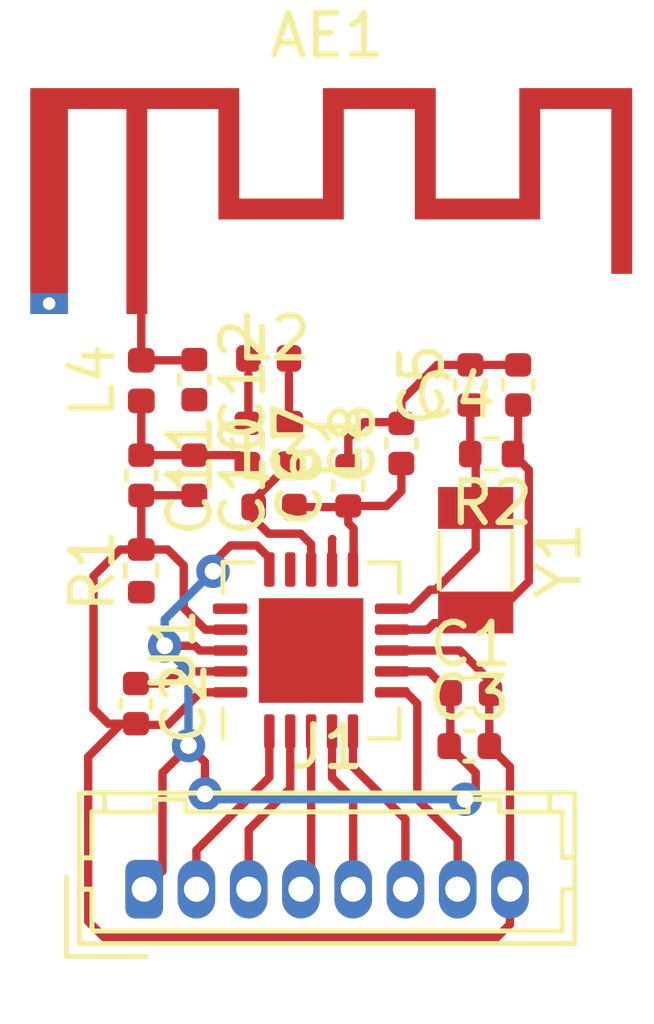
<source format=kicad_pcb>
(kicad_pcb (version 20211014) (generator pcbnew)
  (layers (0 "F.Cu" signal) (31 "B.Cu" signal) (34 "B.Paste" user) (35 "F.Paste" user) (36 "B.SilkS" user "B.Silkscreen") (37 "F.SilkS" user "F.Silkscreen") (38 "B.Mask" user) (39 "F.Mask" user) (44 "Edge.Cuts" user))
  (net 0 "")
  (net 1 "Net-(AE1-Pad1)")
  (net 2 "VDD")
  (net 3 "GND")
  (net 4 "Net-(C2-Pad1)")
  (net 5 "Net-(C4-Pad1)")
  (net 6 "Net-(C5-Pad1)")
  (net 7 "Net-(C6-Pad1)")
  (net 8 "Net-(C7-Pad1)")
  (net 9 "Net-(C10-Pad1)")
  (net 10 "Net-(J1-Pad7)")
  (net 11 "Net-(L1-Pad1)")
  (net 12 "Net-(L1-Pad2)")
  (net 13 "Net-(R1-Pad1)")
  (net 14 "Net-(J1-Pad6)")
  (net 15 "Net-(J1-Pad5)")
  (net 16 "Net-(J1-Pad4)")
  (net 17 "Net-(J1-Pad3)")
  (net 18 "Net-(J1-Pad2)")
  (footprint "Connector_Hirose:Hirose_DF13-08P-1.25DSA_1x08_P1.25mm_Vertical" (layer "F.Cu") (at 126.943 76.192)
    (fp_text reference "J1" (at 4.38 -3.4) (layer "F.SilkS"))
    (fp_text value "Conn_01x08_Male")
    (fp_line (start 10.3 -0.75) (end 10 -0.75) (layer "F.SilkS") (width 0.12))
    (fp_line (start -1.25 -0.75) (end -1.25 -1.85) (layer "F.SilkS") (width 0.12))
    (fp_line (start -1.25 1) (end 10 1) (layer "F.SilkS") (width 0.12))
    (fp_line (start 9.7 -1.85) (end 9.7 -2.3) (layer "F.SilkS") (width 0.12))
    (fp_line (start 8.5 -1.85) (end 9.7 -1.85) (layer "F.SilkS") (width 0.12))
    (fp_line (start -1.55 1.3) (end 10.3 1.3) (layer "F.SilkS") (width 0.12))
    (fp_line (start -0.95 -1.85) (end 0.25 -1.85) (layer "F.SilkS") (width 0.12))
    (fp_line (start -1.86 -0.3) (end -1.86 1.61) (layer "F.SilkS") (width 0.12))
    (fp_line (start 10 1) (end 10 0) (layer "F.SilkS") (width 0.12))
    (fp_line (start 10.3 1.3) (end 10.3 -2.3) (layer "F.SilkS") (width 0.12))
    (fp_line (start -0.95 -1.85) (end -0.95 -2.3) (layer "F.SilkS") (width 0.12))
    (fp_line (start -1.55 0) (end -1.25 0) (layer "F.SilkS") (width 0.12))
    (fp_line (start 1 -2.15) (end 1 -1.85) (layer "F.SilkS") (width 0.12))
    (fp_line (start -1.25 -1.85) (end -0.95 -1.85) (layer "F.SilkS") (width 0.12))
    (fp_line (start 7.75 -1.85) (end 7.75 -2.15) (layer "F.SilkS") (width 0.12))
    (fp_line (start 8.5 -2.15) (end 8.5 -1.85) (layer "F.SilkS") (width 0.12))
    (fp_line (start -1.86 1.61) (end 0.05 1.61) (layer "F.SilkS") (width 0.12))
    (fp_line (start 0.25 -2.15) (end 1 -2.15) (layer "F.SilkS") (width 0.12))
    (fp_line (start 10 -0.75) (end 10 -1.85) (layer "F.SilkS") (width 0.12))
    (fp_line (start 0.25 -1.85) (end 0.25 -2.15) (layer "F.SilkS") (width 0.12))
    (fp_line (start -1.25 0) (end -1.25 1) (layer "F.SilkS") (width 0.12))
    (fp_line (start 7.75 -2.15) (end 8.5 -2.15) (layer "F.SilkS") (width 0.12))
    (fp_line (start 10.3 -2.3) (end -1.55 -2.3) (layer "F.SilkS") (width 0.12))
    (fp_line (start 10 -1.85) (end 9.7 -1.85) (layer "F.SilkS") (width 0.12))
    (fp_line (start -1.55 -2.3) (end -1.55 1.3) (layer "F.SilkS") (width 0.12))
    (fp_line (start 1 -1.85) (end 7.75 -1.85) (layer "F.SilkS") (width 0.12))
    (fp_line (start 10 0) (end 10.3 0) (layer "F.SilkS") (width 0.12))
    (fp_line (start -1.55 -0.75) (end -1.25 -0.75) (layer "F.SilkS") (width 0.12))
    (pad "1" thru_hole roundrect (at 0 0) (size 0.9 1.4) (drill 0.6) (layers *.Cu *.Mask) (net 2 "VDD"))
    (pad "2" thru_hole oval (at 1.25 0) (size 0.9 1.4) (drill 0.6) (layers *.Cu *.Mask) (net 18 "Net-(J1-Pad2)"))
    (pad "3" thru_hole oval (at 2.5 0) (size 0.9 1.4) (drill 0.6) (layers *.Cu *.Mask) (net 17 "Net-(J1-Pad3)"))
    (pad "4" thru_hole oval (at 3.75 0) (size 0.9 1.4) (drill 0.6) (layers *.Cu *.Mask) (net 16 "Net-(J1-Pad4)"))
    (pad "5" thru_hole oval (at 5 0) (size 0.9 1.4) (drill 0.6) (layers *.Cu *.Mask) (net 15 "Net-(J1-Pad5)"))
    (pad "6" thru_hole oval (at 6.25 0) (size 0.9 1.4) (drill 0.6) (layers *.Cu *.Mask) (net 14 "Net-(J1-Pad6)"))
    (pad "7" thru_hole oval (at 7.5 0) (size 0.9 1.4) (drill 0.6) (layers *.Cu *.Mask) (net 10 "Net-(J1-Pad7)"))
    (pad "8" thru_hole oval (at 8.75 0) (size 0.9 1.4) (drill 0.6) (layers *.Cu *.Mask) (net 3 "GND"))
  )
  (footprint "Resistor_SMD:R_0402_1005Metric" (layer "F.Cu") (at 135.255 65.786 180)
    (fp_text reference "R2" (at 0 -1.17) (layer "F.SilkS"))
    (fp_text value "10M")
    (fp_line (start -0.153641 0.38) (end 0.153641 0.38) (layer "F.SilkS") (width 0.12))
    (fp_line (start -0.153641 -0.38) (end 0.153641 -0.38) (layer "F.SilkS") (width 0.12))
    (pad "1" smd roundrect (at -0.51 0 180) (size 0.54 0.64) (layers "F.Cu" "F.Paste" "F.Mask") (net 5 "Net-(C4-Pad1)"))
    (pad "2" smd roundrect (at 0.51 0 180) (size 0.54 0.64) (layers "F.Cu" "F.Paste" "F.Mask") (net 6 "Net-(C5-Pad1)"))
  )
  (footprint "Capacitor_SMD:C_0402_1005Metric" (layer "F.Cu") (at 134.719 72.771)
    (fp_text reference "C3" (at 0 -1.16) (layer "F.SilkS"))
    (fp_text value "1nf")
    (fp_line (start -0.107836 -0.36) (end 0.107836 -0.36) (layer "F.SilkS") (width 0.12))
    (fp_line (start -0.107836 0.36) (end 0.107836 0.36) (layer "F.SilkS") (width 0.12))
    (pad "1" smd roundrect (at -0.48 0) (size 0.56 0.62) (layers "F.Cu" "F.Paste" "F.Mask") (net 2 "VDD"))
    (pad "2" smd roundrect (at 0.48 0) (size 0.56 0.62) (layers "F.Cu" "F.Paste" "F.Mask") (net 3 "GND"))
  )
  (footprint "Package_DFN_QFN:QFN-20-1EP_4x4mm_P0.5mm_EP2.5x2.5mm" (layer "F.Cu") (at 130.937 70.485 90)
    (fp_text reference "U1" (at 0 -3.3 90) (layer "F.SilkS"))
    (fp_text value "NRF24L01")
    (fp_line (start 2.11 -2.11) (end 2.11 -1.385) (layer "F.SilkS") (width 0.12))
    (fp_line (start -2.11 2.11) (end -2.11 1.385) (layer "F.SilkS") (width 0.12))
    (fp_line (start -1.385 2.11) (end -2.11 2.11) (layer "F.SilkS") (width 0.12))
    (fp_line (start 1.385 2.11) (end 2.11 2.11) (layer "F.SilkS") (width 0.12))
    (fp_line (start -1.385 -2.11) (end -2.11 -2.11) (layer "F.SilkS") (width 0.12))
    (fp_line (start 1.385 -2.11) (end 2.11 -2.11) (layer "F.SilkS") (width 0.12))
    (fp_line (start 2.11 2.11) (end 2.11 1.385) (layer "F.SilkS") (width 0.12))
    (pad "1" smd roundrect (at -1.9375 -1 90) (size 0.825 0.25) (layers "F.Cu" "F.Paste" "F.Mask") (net 18 "Net-(J1-Pad2)"))
    (pad "2" smd roundrect (at -1.9375 -0.5 90) (size 0.825 0.25) (layers "F.Cu" "F.Paste" "F.Mask") (net 17 "Net-(J1-Pad3)"))
    (pad "3" smd roundrect (at -1.9375 0 90) (size 0.825 0.25) (layers "F.Cu" "F.Paste" "F.Mask") (net 16 "Net-(J1-Pad4)"))
    (pad "4" smd roundrect (at -1.9375 0.5 90) (size 0.825 0.25) (layers "F.Cu" "F.Paste" "F.Mask") (net 15 "Net-(J1-Pad5)"))
    (pad "5" smd roundrect (at -1.9375 1 90) (size 0.825 0.25) (layers "F.Cu" "F.Paste" "F.Mask") (net 14 "Net-(J1-Pad6)"))
    (pad "6" smd roundrect (at -1 1.9375 90) (size 0.25 0.825) (layers "F.Cu" "F.Paste" "F.Mask") (net 10 "Net-(J1-Pad7)"))
    (pad "7" smd roundrect (at -0.5 1.9375 90) (size 0.25 0.825) (layers "F.Cu" "F.Paste" "F.Mask") (net 2 "VDD"))
    (pad "8" smd roundrect (at 0 1.9375 90) (size 0.25 0.825) (layers "F.Cu" "F.Paste" "F.Mask") (net 3 "GND"))
    (pad "9" smd roundrect (at 0.5 1.9375 90) (size 0.25 0.825) (layers "F.Cu" "F.Paste" "F.Mask") (net 5 "Net-(C4-Pad1)"))
    (pad "10" smd roundrect (at 1 1.9375 90) (size 0.25 0.825) (layers "F.Cu" "F.Paste" "F.Mask") (net 6 "Net-(C5-Pad1)"))
    (pad "11" smd roundrect (at 1.9375 1 90) (size 0.825 0.25) (layers "F.Cu" "F.Paste" "F.Mask") (net 7 "Net-(C6-Pad1)"))
    (pad "12" smd roundrect (at 1.9375 0.5 90) (size 0.825 0.25) (layers "F.Cu" "F.Paste" "F.Mask") (net 11 "Net-(L1-Pad1)"))
    (pad "13" smd roundrect (at 1.9375 0 90) (size 0.825 0.25) (layers "F.Cu" "F.Paste" "F.Mask") (net 12 "Net-(L1-Pad2)"))
    (pad "14" smd roundrect (at 1.9375 -0.5 90) (size 0.825 0.25) (layers "F.Cu" "F.Paste" "F.Mask") (net 3 "GND"))
    (pad "15" smd roundrect (at 1.9375 -1 90) (size 0.825 0.25) (layers "F.Cu" "F.Paste" "F.Mask") (net 2 "VDD"))
    (pad "16" smd roundrect (at 1 -1.9375 90) (size 0.25 0.825) (layers "F.Cu" "F.Paste" "F.Mask") (net 13 "Net-(R1-Pad1)"))
    (pad "17" smd roundrect (at 0.5 -1.9375 90) (size 0.25 0.825) (layers "F.Cu" "F.Paste" "F.Mask") (net 3 "GND"))
    (pad "18" smd roundrect (at 0 -1.9375 90) (size 0.25 0.825) (layers "F.Cu" "F.Paste" "F.Mask") (net 2 "VDD"))
    (pad "19" smd roundrect (at -0.5 -1.9375 90) (size 0.25 0.825) (layers "F.Cu" "F.Paste" "F.Mask") (net 4 "Net-(C2-Pad1)"))
    (pad "20" smd roundrect (at -1 -1.9375 90) (size 0.25 0.825) (layers "F.Cu" "F.Paste" "F.Mask") (net 3 "GND"))
    (pad "21" smd rect (at 0 0 90) (size 2.5 2.5) (layers "F.Cu" "F.Mask"))
  )
  (footprint "Capacitor_SMD:C_0402_1005Metric" (layer "F.Cu") (at 134.747 71.501)
    (fp_text reference "C1" (at 0 -1.16) (layer "F.SilkS"))
    (fp_text value "10nf")
    (fp_line (start -0.107836 0.36) (end 0.107836 0.36) (layer "F.SilkS") (width 0.12))
    (fp_line (start -0.107836 -0.36) (end 0.107836 -0.36) (layer "F.SilkS") (width 0.12))
    (pad "1" smd roundrect (at -0.48 0) (size 0.56 0.62) (layers "F.Cu" "F.Paste" "F.Mask") (net 2 "VDD"))
    (pad "2" smd roundrect (at 0.48 0) (size 0.56 0.62) (layers "F.Cu" "F.Paste" "F.Mask") (net 3 "GND"))
  )
  (footprint "Capacitor_SMD:C_0402_1005Metric" (layer "F.Cu") (at 126.873 66.294 -90)
    (fp_text reference "C11" (at 0 -1.16 90) (layer "F.SilkS"))
    (fp_text value "CX")
    (fp_line (start -0.107836 -0.36) (end 0.107836 -0.36) (layer "F.SilkS") (width 0.12))
    (fp_line (start -0.107836 0.36) (end 0.107836 0.36) (layer "F.SilkS") (width 0.12))
    (pad "1" smd roundrect (at -0.48 0 270) (size 0.56 0.62) (layers "F.Cu" "F.Paste" "F.Mask") (net 9 "Net-(C10-Pad1)"))
    (pad "2" smd roundrect (at 0.48 0 270) (size 0.56 0.62) (layers "F.Cu" "F.Paste" "F.Mask") (net 3 "GND"))
  )
  (footprint "Inductor_SMD:L_0402_1005Metric" (layer "F.Cu") (at 130.048 67.056)
    (fp_text reference "L3" (at 0 -1.17) (layer "F.SilkS"))
    (fp_text value "2.7nH")
    (pad "1" smd roundrect (at -0.485 0) (size 0.59 0.64) (layers "F.Cu" "F.Paste" "F.Mask") (net 12 "Net-(L1-Pad2)"))
    (pad "2" smd roundrect (at 0.485 0) (size 0.59 0.64) (layers "F.Cu" "F.Paste" "F.Mask") (net 7 "Net-(C6-Pad1)"))
  )
  (footprint "Capacitor_SMD:C_0402_1005Metric" (layer "F.Cu") (at 126.746 71.755 -90)
    (fp_text reference "C2" (at 0 -1.16 90) (layer "F.SilkS"))
    (fp_text value "33nf")
    (fp_line (start -0.107836 -0.36) (end 0.107836 -0.36) (layer "F.SilkS") (width 0.12))
    (fp_line (start -0.107836 0.36) (end 0.107836 0.36) (layer "F.SilkS") (width 0.12))
    (pad "1" smd roundrect (at -0.48 0 270) (size 0.56 0.62) (layers "F.Cu" "F.Paste" "F.Mask") (net 4 "Net-(C2-Pad1)"))
    (pad "2" smd roundrect (at 0.48 0 270) (size 0.56 0.62) (layers "F.Cu" "F.Paste" "F.Mask") (net 3 "GND"))
  )
  (footprint "Capacitor_SMD:C_0402_1005Metric" (layer "F.Cu") (at 133.096 65.532 90)
    (fp_text reference "C8" (at 0 -1.16 90) (layer "F.SilkS"))
    (fp_text value "4.7pf")
    (fp_line (start -0.107836 0.36) (end 0.107836 0.36) (layer "F.SilkS") (width 0.12))
    (fp_line (start -0.107836 -0.36) (end 0.107836 -0.36) (layer "F.SilkS") (width 0.12))
    (pad "1" smd roundrect (at -0.48 0 90) (size 0.56 0.62) (layers "F.Cu" "F.Paste" "F.Mask") (net 7 "Net-(C6-Pad1)"))
    (pad "2" smd roundrect (at 0.48 0 90) (size 0.56 0.62) (layers "F.Cu" "F.Paste" "F.Mask") (net 3 "GND"))
  )
  (footprint "Capacitor_SMD:C_0402_1005Metric" (layer "F.Cu") (at 131.826 66.548 90)
    (fp_text reference "C6" (at 0 -1.16 90) (layer "F.SilkS"))
    (fp_text value "2.2nf")
    (fp_line (start -0.107836 -0.36) (end 0.107836 -0.36) (layer "F.SilkS") (width 0.12))
    (fp_line (start -0.107836 0.36) (end 0.107836 0.36) (layer "F.SilkS") (width 0.12))
    (pad "1" smd roundrect (at -0.48 0 90) (size 0.56 0.62) (layers "F.Cu" "F.Paste" "F.Mask") (net 7 "Net-(C6-Pad1)"))
    (pad "2" smd roundrect (at 0.48 0 90) (size 0.56 0.62) (layers "F.Cu" "F.Paste" "F.Mask") (net 3 "GND"))
  )
  (footprint "Inductor_SMD:L_0402_1005Metric" (layer "F.Cu") (at 129.921 63.5 180)
    (fp_text reference "L2" (at -0.127 0.481) (layer "F.SilkS"))
    (fp_text value "3.9nH")
    (pad "1" smd roundrect (at -0.485 0 180) (size 0.59 0.64) (layers "F.Cu" "F.Paste" "F.Mask") (net 11 "Net-(L1-Pad1)"))
    (pad "2" smd roundrect (at 0.485 0 180) (size 0.59 0.64) (layers "F.Cu" "F.Paste" "F.Mask") (net 8 "Net-(C7-Pad1)"))
  )
  (footprint "Capacitor_SMD:C_0402_1005Metric" (layer "F.Cu") (at 135.89 64.135 90)
    (fp_text reference "C4" (at -0.265 -1.524) (layer "F.SilkS"))
    (fp_text value "22pf")
    (fp_line (start -0.107836 -0.36) (end 0.107836 -0.36) (layer "F.SilkS") (width 0.12))
    (fp_line (start -0.107836 0.36) (end 0.107836 0.36) (layer "F.SilkS") (width 0.12))
    (pad "1" smd roundrect (at -0.48 0 90) (size 0.56 0.62) (layers "F.Cu" "F.Paste" "F.Mask") (net 5 "Net-(C4-Pad1)"))
    (pad "2" smd roundrect (at 0.48 0 90) (size 0.56 0.62) (layers "F.Cu" "F.Paste" "F.Mask") (net 3 "GND"))
  )
  (footprint "RF_Antenna:Texas_SWRA117D_2.4GHz_Right" (layer "F.Cu") (at 126.768 62.188)
    (fp_text reference "AE1" (at 4.55 -6.41) (layer "F.SilkS"))
    (fp_text value "Antenna")
    (fp_poly (pts (xy 2.45 -2.51) (xy 4.45 -2.51) (xy 4.45 -5.15) (xy 7.15 -5.15) (xy 7.15 -2.51) (xy 9.15 -2.51) (xy 9.15 -5.15) (xy 11.85 -5.15) (xy 11.85 -0.71) (xy 11.35 -0.71) (xy 11.35 -4.65) (xy 9.65 -4.65) (xy 9.65 -2.01) (xy 6.65 -2.01) (xy 6.65 -4.65) (xy 4.95 -4.65) (xy 4.95 -2.01) (xy 1.95 -2.01) (xy 1.95 -4.65) (xy 0.25 -4.65) (xy 0.25 0.25) (xy -0.25 0.25) (xy -0.25 -4.65) (xy -1.65 -4.65) (xy -1.65 0.25) (xy -2.55 0.25) (xy -2.55 0.006785) (xy -2.247583 0.006785) (xy -2.237742 0.054395) (xy -2.213674 0.096797) (xy -2.175731 0.129581) (xy -2.167819 0.133935) (xy -2.125156 0.146043) (xy -2.076637 0.1453) (xy -2.031122 0.1324) (xy -2.012511 0.121787) (xy -1.978868 0.086553) (xy -1.958309 0.041368) (xy -1.951778 -0.008158) (xy -1.960218 -0.056417) (xy -1.977112 -0.088643) (xy -2.012372 -0.121313) (xy -2.057682 -0.141408) (xy -2.107267 -0.147982) (xy -2.155353 -0.140092) (xy -2.188245 -0.123186) (xy -2.223185 -0.086416) (xy -2.242847 -0.041622) (xy -2.247583 0.006785) (xy -2.55 0.006785) (xy -2.55 -5.15) (xy 2.45 -5.15) (xy 2.45 -2.51)) (layer "F.Cu") (width 0) (fill solid))
    (pad "1" connect rect (at 0 0) (size 0.5 0.5) (layers "F.Cu") (net 1 "Net-(AE1-Pad1)"))
    (pad "2" thru_hole rect (at -2.1 0) (size 0.9 0.5) (drill 0.3) (layers *.Cu))
  )
  (footprint "Inductor_SMD:L_0402_1005Metric" (layer "F.Cu") (at 130.429 65.532 -90)
    (fp_text reference "L1" (at 0 -1.17 90) (layer "F.SilkS"))
    (fp_text value "8.2nH")
    (pad "1" smd roundrect (at -0.485 0 270) (size 0.59 0.64) (layers "F.Cu" "F.Paste" "F.Mask") (net 11 "Net-(L1-Pad1)"))
    (pad "2" smd roundrect (at 0.485 0 270) (size 0.59 0.64) (layers "F.Cu" "F.Paste" "F.Mask") (net 12 "Net-(L1-Pad2)"))
  )
  (footprint "Inductor_SMD:L_0402_1005Metric" (layer "F.Cu") (at 126.873 64.031 90)
    (fp_text reference "L4" (at 0 -1.17 90) (layer "F.SilkS"))
    (fp_text value "LX")
    (pad "1" smd roundrect (at -0.485 0 90) (size 0.59 0.64) (layers "F.Cu" "F.Paste" "F.Mask") (net 9 "Net-(C10-Pad1)"))
    (pad "2" smd roundrect (at 0.485 0 90) (size 0.59 0.64) (layers "F.Cu" "F.Paste" "F.Mask") (net 1 "Net-(AE1-Pad1)"))
  )
  (footprint "Capacitor_SMD:C_0402_1005Metric" (layer "F.Cu") (at 129.413 65.532 -90)
    (fp_text reference "C7" (at 0 -1.16 90) (layer "F.SilkS"))
    (fp_text value "1.5pf")
    (fp_line (start -0.107836 -0.36) (end 0.107836 -0.36) (layer "F.SilkS") (width 0.12))
    (fp_line (start -0.107836 0.36) (end 0.107836 0.36) (layer "F.SilkS") (width 0.12))
    (pad "1" smd roundrect (at -0.48 0 270) (size 0.56 0.62) (layers "F.Cu" "F.Paste" "F.Mask") (net 8 "Net-(C7-Pad1)"))
    (pad "2" smd roundrect (at 0.48 0 270) (size 0.56 0.62) (layers "F.Cu" "F.Paste" "F.Mask") (net 9 "Net-(C10-Pad1)"))
  )
  (footprint "Crystal:Crystal_SMD_3215-2Pin_3.2x1.5mm" (layer "F.Cu") (at 134.874 68.326 -90)
    (fp_text reference "Y1" (at 0 -2 90) (layer "F.SilkS"))
    (fp_text value "16MHz")
    (fp_line (start -0.675 -0.875) (end 0.675 -0.875) (layer "F.SilkS") (width 0.12))
    (fp_line (start -0.675 0.875) (end 0.675 0.875) (layer "F.SilkS") (width 0.12))
    (pad "1" smd rect (at 1.25 0 270) (size 1 1.8) (layers "F.Cu" "F.Paste" "F.Mask") (net 5 "Net-(C4-Pad1)"))
    (pad "2" smd rect (at -1.25 0 270) (size 1 1.8) (layers "F.Cu" "F.Paste" "F.Mask") (net 6 "Net-(C5-Pad1)"))
  )
  (footprint "Resistor_SMD:R_0402_1005Metric" (layer "F.Cu") (at 126.873 68.58 90)
    (fp_text reference "R1" (at 0 -1.17 90) (layer "F.SilkS"))
    (fp_text value "22k")
    (fp_line (start -0.153641 -0.38) (end 0.153641 -0.38) (layer "F.SilkS") (width 0.12))
    (fp_line (start -0.153641 0.38) (end 0.153641 0.38) (layer "F.SilkS") (width 0.12))
    (pad "1" smd roundrect (at -0.51 0 90) (size 0.54 0.64) (layers "F.Cu" "F.Paste" "F.Mask") (net 13 "Net-(R1-Pad1)"))
    (pad "2" smd roundrect (at 0.51 0 90) (size 0.54 0.64) (layers "F.Cu" "F.Paste" "F.Mask") (net 3 "GND"))
  )
  (footprint "Capacitor_SMD:C_0402_1005Metric" (layer "F.Cu") (at 128.143 66.294 -90)
    (fp_text reference "C10" (at 0 -1.16 90) (layer "F.SilkS"))
    (fp_text value "1pf")
    (fp_line (start -0.107836 0.36) (end 0.107836 0.36) (layer "F.SilkS") (width 0.12))
    (fp_line (start -0.107836 -0.36) (end 0.107836 -0.36) (layer "F.SilkS") (width 0.12))
    (pad "1" smd roundrect (at -0.48 0 270) (size 0.56 0.62) (layers "F.Cu" "F.Paste" "F.Mask") (net 9 "Net-(C10-Pad1)"))
    (pad "2" smd roundrect (at 0.48 0 270) (size 0.56 0.62) (layers "F.Cu" "F.Paste" "F.Mask") (net 3 "GND"))
  )
  (footprint "Capacitor_SMD:C_0402_1005Metric" (layer "F.Cu") (at 134.747 64.135 90)
    (fp_text reference "C5" (at 0 -1.16 90) (layer "F.SilkS"))
    (fp_text value "22pf")
    (fp_line (start -0.107836 0.36) (end 0.107836 0.36) (layer "F.SilkS") (width 0.12))
    (fp_line (start -0.107836 -0.36) (end 0.107836 -0.36) (layer "F.SilkS") (width 0.12))
    (pad "1" smd roundrect (at -0.48 0 90) (size 0.56 0.62) (layers "F.Cu" "F.Paste" "F.Mask") (net 6 "Net-(C5-Pad1)"))
    (pad "2" smd roundrect (at 0.48 0 90) (size 0.56 0.62) (layers "F.Cu" "F.Paste" "F.Mask") (net 3 "GND"))
  )
  (footprint "Capacitor_SMD:C_0402_1005Metric" (layer "F.Cu") (at 128.143 64.008 -90)
    (fp_text reference "C12" (at 0 -1.16 90) (layer "F.SilkS"))
    (fp_text value "CX")
    (fp_line (start -0.107836 0.36) (end 0.107836 0.36) (layer "F.SilkS") (width 0.12))
    (fp_line (start -0.107836 -0.36) (end 0.107836 -0.36) (layer "F.SilkS") (width 0.12))
    (pad "1" smd roundrect (at -0.48 0 270) (size 0.56 0.62) (layers "F.Cu" "F.Paste" "F.Mask") (net 1 "Net-(AE1-Pad1)"))
    (pad "2" smd roundrect (at 0.48 0 270) (size 0.56 0.62) (layers "F.Cu" "F.Paste" "F.Mask") (net 3 "GND"))
  )
  (segment (start 126.873 63.546) (end 126.873 62.293) (width 0.2) (layer "F.Cu") (net 1))
  (segment (start 126.873 63.546) (end 128.125 63.546) (width 0.2) (layer "F.Cu") (net 1))
  (segment (start 128.125 63.546) (end 128.143 63.528) (width 0.2) (layer "F.Cu") (net 1))
  (segment (start 126.873 62.293) (end 126.768 62.188) (width 0.2) (layer "F.Cu") (net 1))
  (segment (start 127.381 75.754) (end 127.381 73.66) (width 0.2) (layer "F.Cu") (net 2))
  (segment (start 129.638157 67.973843) (end 129.003157 67.973843) (width 0.2) (layer "F.Cu") (net 2))
  (segment (start 134.267 72.743) (end 134.239 72.771) (width 0.2) (layer "F.Cu") (net 2))
  (segment (start 128.397 73.914) (end 128.397 73.152) (width 0.2) (layer "F.Cu") (net 2))
  (segment (start 126.943 76.192) (end 127.381 75.754) (width 0.2) (layer "F.Cu") (net 2))
  (segment (start 128.27 70.485) (end 128.9995 70.485) (width 0.2) (layer "F.Cu") (net 2))
  (segment (start 128.397 73.152) (end 128.002622 72.757622) (width 0.2) (layer "F.Cu") (net 2))
  (segment (start 129.003157 67.973843) (end 128.778 68.199) (width 0.2) (layer "F.Cu") (net 2))
  (segment (start 134.267 71.501) (end 134.267 72.743) (width 0.2) (layer "F.Cu") (net 2))
  (segment (start 128.778 68.199) (end 128.5885 68.3885) (width 0.2) (layer "F.Cu") (net 2))
  (segment (start 129.937 68.272686) (end 129.638157 67.973843) (width 0.2) (layer "F.Cu") (net 2))
  (segment (start 133.751 70.985) (end 134.267 71.501) (width 0.2) (layer "F.Cu") (net 2))
  (segment (start 128.5885 68.3885) (end 128.5885 68.590183) (width 0.2) (layer "F.Cu") (net 2))
  (segment (start 127.889 72.898) (end 127.889 72.871244) (width 0.2) (layer "F.Cu") (net 2))
  (segment (start 129.937 68.5475) (end 129.937 68.272686) (width 0.2) (layer "F.Cu") (net 2))
  (segment (start 127.433472 70.371771) (end 128.156771 70.371771) (width 0.2) (layer "F.Cu") (net 2))
  (segment (start 134.874 74.041) (end 134.62 74.041) (width 0.2) (layer "F.Cu") (net 2))
  (segment (start 127.889 72.871244) (end 128.002622 72.757622) (width 0.2) (layer "F.Cu") (net 2))
  (segment (start 134.239 72.771) (end 134.874 73.406) (width 0.2) (layer "F.Cu") (net 2))
  (segment (start 134.874 73.406) (end 134.874 74.041) (width 0.2) (layer "F.Cu") (net 2))
  (segment (start 127.381 73.406) (end 127.889 72.898) (width 0.2) (layer "F.Cu") (net 2))
  (segment (start 132.8745 70.985) (end 133.751 70.985) (width 0.2) (layer "F.Cu") (net 2))
  (segment (start 127.381 73.66) (end 127.381 73.406) (width 0.2) (layer "F.Cu") (net 2))
  (segment (start 128.156771 70.371771) (end 128.27 70.485) (width 0.2) (layer "F.Cu") (net 2))
  (via (at 127.433472 70.371771) (size 0.8) (drill 0.4) (layers "F.Cu" "B.Cu") (net 2))
  (via (at 134.62 74.041) (size 0.8) (drill 0.4) (layers "F.Cu" "B.Cu") (net 2))
  (via (at 128.397 73.914) (size 0.8) (drill 0.4) (layers "F.Cu" "B.Cu") (net 2))
  (via (at 128.5885 68.590183) (size 0.8) (drill 0.4) (layers "F.Cu" "B.Cu") (net 2))
  (via (at 127.433472 70.371771) (size 0.8) (drill 0.4) (layers "F.Cu" "B.Cu") (net 2))
  (via (at 128.002622 72.757622) (size 0.8) (drill 0.4) (layers "F.Cu" "B.Cu") (net 2))
  (segment (start 128.5885 68.590183) (end 127.433472 69.74521) (width 0.2) (layer "B.Cu") (net 2))
  (segment (start 134.62 74.041) (end 128.651 74.041) (width 0.2) (layer "B.Cu") (net 2))
  (segment (start 128.002622 72.757622) (end 128.002622 70.979622) (width 0.2) (layer "B.Cu") (net 2))
  (segment (start 128.651 74.041) (end 128.524 73.914) (width 0.2) (layer "B.Cu") (net 2))
  (segment (start 127.635 70.573299) (end 127.433472 70.371771) (width 0.2) (layer "B.Cu") (net 2))
  (segment (start 128.524 73.914) (end 128.397 73.914) (width 0.2) (layer "B.Cu") (net 2))
  (segment (start 128.002622 70.979622) (end 127.635 70.612) (width 0.2) (layer "B.Cu") (net 2))
  (segment (start 127.433472 69.74521) (end 127.433472 70.371771) (width 0.2) (layer "B.Cu") (net 2))
  (segment (start 127.635 70.612) (end 127.635 70.573299) (width 0.2) (layer "B.Cu") (net 2))
  (segment (start 125.984 77.343) (end 125.603 76.962) (width 0.2) (layer "F.Cu") (net 3))
  (segment (start 131.826 66.068) (end 131.826 65.405) (width 0.2) (layer "F.Cu") (net 3))
  (segment (start 133.096 65.052) (end 133.096 64.516) (width 0.2) (layer "F.Cu") (net 3))
  (segment (start 125.603 73.025) (end 126.393 72.235) (width 0.2) (layer "F.Cu") (net 3))
  (segment (start 135.199 71.529) (end 135.227 71.501) (width 0.2) (layer "F.Cu") (net 3))
  (segment (start 128.405 69.985) (end 128.9995 69.985) (width 0.2) (layer "F.Cu") (net 3))
  (segment (start 127.889 69.469) (end 128.405 69.985) (width 0.2) (layer "F.Cu") (net 3))
  (segment (start 135.227 71.219) (end 134.493 70.485) (width 0.2) (layer "F.Cu") (net 3))
  (segment (start 126.083 72.235) (end 125.73 71.882) (width 0.2) (layer "F.Cu") (net 3))
  (segment (start 126.367 68.07) (end 126.873 68.07) (width 0.2) (layer "F.Cu") (net 3))
  (segment (start 135.693 77.032) (end 135.382 77.343) (width 0.2) (layer "F.Cu") (net 3))
  (segment (start 126.774 72.263) (end 126.746 72.235) (width 0.2) (layer "F.Cu") (net 3))
  (segment (start 135.693 76.192) (end 135.693 73.265) (width 0.2) (layer "F.Cu") (net 3))
  (segment (start 126.873 68.07) (end 127.506 68.07) (width 0.2) (layer "F.Cu") (net 3))
  (segment (start 133.068 65.024) (end 133.096 65.052) (width 0.2) (layer "F.Cu") (net 3))
  (segment (start 134.493 70.485) (end 132.8745 70.485) (width 0.2) (layer "F.Cu") (net 3))
  (segment (start 128.143 66.774) (end 126.873 66.774) (width 0.2) (layer "F.Cu") (net 3))
  (segment (start 135.227 71.501) (end 135.227 71.219) (width 0.2) (layer "F.Cu") (net 3))
  (segment (start 132.207 65.024) (end 133.068 65.024) (width 0.2) (layer "F.Cu") (net 3))
  (segment (start 125.73 68.707) (end 126.367 68.07) (width 0.2) (layer "F.Cu") (net 3))
  (segment (start 125.603 76.962) (end 125.603 73.025) (width 0.2) (layer "F.Cu") (net 3))
  (segment (start 135.382 77.343) (end 125.984 77.343) (width 0.2) (layer "F.Cu") (net 3))
  (segment (start 134.747 63.655) (end 135.89 63.655) (width 0.2) (layer "F.Cu") (net 3))
  (segment (start 135.693 73.265) (end 135.199 72.771) (width 0.2) (layer "F.Cu") (net 3))
  (segment (start 126.873 66.774) (end 126.873 68.07) (width 0.2) (layer "F.Cu") (net 3))
  (segment (start 128.9995 71.485) (end 128.286 71.485) (width 0.2) (layer "F.Cu") (net 3))
  (segment (start 126.746 72.235) (end 126.083 72.235) (width 0.2) (layer "F.Cu") (net 3))
  (segment (start 125.73 71.882) (end 125.73 68.707) (width 0.2) (layer "F.Cu") (net 3))
  (segment (start 127.508 72.263) (end 126.774 72.263) (width 0.2) (layer "F.Cu") (net 3))
  (segment (start 135.693 76.192) (end 135.693 77.032) (width 0.2) (layer "F.Cu") (net 3))
  (segment (start 127.506 68.07) (end 127.889 68.453) (width 0.2) (layer "F.Cu") (net 3))
  (segment (start 126.393 72.235) (end 126.746 72.235) (width 0.2) (layer "F.Cu") (net 3))
  (segment (start 135.199 72.771) (end 135.199 71.529) (width 0.2) (layer "F.Cu") (net 3))
  (segment (start 128.286 71.485) (end 127.508 72.263) (width 0.2) (layer "F.Cu") (net 3))
  (segment (start 127.889 68.453) (end 127.889 69.469) (width 0.2) (layer "F.Cu") (net 3))
  (segment (start 133.957 63.655) (end 134.747 63.655) (width 0.2) (layer "F.Cu") (net 3))
  (segment (start 131.826 65.405) (end 132.207 65.024) (width 0.2) (layer "F.Cu") (net 3))
  (segment (start 133.096 64.516) (end 133.957 63.655) (width 0.2) (layer "F.Cu") (net 3))
  (segment (start 127.77 70.985) (end 128.9995 70.985) (width 0.2) (layer "F.Cu") (net 4))
  (segment (start 126.746 71.275) (end 127.48 71.275) (width 0.2) (layer "F.Cu") (net 4))
  (segment (start 127.48 71.275) (end 127.77 70.985) (width 0.2) (layer "F.Cu") (net 4))
  (segment (start 135.89 64.615) (end 135.89 65.661) (width 0.2) (layer "F.Cu") (net 5))
  (segment (start 133.723 69.985) (end 132.8745 69.985) (width 0.2) (layer "F.Cu") (net 5))
  (segment (start 136.144 66.165) (end 136.144 68.834) (width 0.2) (layer "F.Cu") (net 5))
  (segment (start 136.144 68.834) (end 135.148 69.83) (width 0.2) (layer "F.Cu") (net 5))
  (segment (start 134.874 69.83) (end 133.878 69.83) (width 0.2) (layer "F.Cu") (net 5))
  (segment (start 135.89 65.661) (end 135.765 65.786) (width 0.2) (layer "F.Cu") (net 5))
  (segment (start 135.148 69.83) (end 134.874 69.83) (width 0.2) (layer "F.Cu") (net 5))
  (segment (start 135.765 65.786) (end 136.144 66.165) (width 0.2) (layer "F.Cu") (net 5))
  (segment (start 133.878 69.83) (end 133.723 69.985) (width 0.2) (layer "F.Cu") (net 5))
  (segment (start 134.874 67.33) (end 134.874 65.915) (width 0.2) (layer "F.Cu") (net 6))
  (segment (start 134.874 65.915) (end 134.745 65.786) (width 0.2) (layer "F.Cu") (net 6))
  (segment (start 133.916 69.03) (end 133.789 69.03) (width 0.2) (layer "F.Cu") (net 6))
  (segment (start 134.874 67.33) (end 134.874 68.072) (width 0.2) (layer "F.Cu") (net 6))
  (segment (start 134.745 65.786) (end 134.745 64.617) (width 0.2) (layer "F.Cu") (net 6))
  (segment (start 133.789 69.03) (end 133.334 69.485) (width 0.2) (layer "F.Cu") (net 6))
  (segment (start 133.334 69.485) (end 132.8745 69.485) (width 0.2) (layer "F.Cu") (net 6))
  (segment (start 134.745 64.617) (end 134.747 64.615) (width 0.2) (layer "F.Cu") (net 6))
  (segment (start 134.874 68.072) (end 133.916 69.03) (width 0.2) (layer "F.Cu") (net 6))
  (segment (start 131.826 67.028) (end 131.826 67.437) (width 0.2) (layer "F.Cu") (net 7))
  (segment (start 131.953 68.5315) (end 131.937 68.5475) (width 0.2) (layer "F.Cu") (net 7))
  (segment (start 131.826 67.437) (end 131.953 67.564) (width 0.2) (layer "F.Cu") (net 7))
  (segment (start 132.743 67.028) (end 131.826 67.028) (width 0.2) (layer "F.Cu") (net 7))
  (segment (start 133.096 66.675) (end 132.743 67.028) (width 0.2) (layer "F.Cu") (net 7))
  (segment (start 133.096 66.012) (end 133.096 66.675) (width 0.2) (layer "F.Cu") (net 7))
  (segment (start 131.798 67.056) (end 131.826 67.028) (width 0.2) (layer "F.Cu") (net 7))
  (segment (start 130.533 67.056) (end 131.798 67.056) (width 0.2) (layer "F.Cu") (net 7))
  (segment (start 131.953 67.564) (end 131.953 68.5315) (width 0.2) (layer "F.Cu") (net 7))
  (segment (start 129.436 63.881) (end 129.436 65.029) (width 0.2) (layer "F.Cu") (net 8))
  (segment (start 129.436 65.029) (end 129.413 65.052) (width 0.2) (layer "F.Cu") (net 8))
  (segment (start 126.873 64.516) (end 126.873 65.814) (width 0.2) (layer "F.Cu") (net 9))
  (segment (start 128.143 65.814) (end 129.215 65.814) (width 0.2) (layer "F.Cu") (net 9))
  (segment (start 129.215 65.814) (end 129.413 66.012) (width 0.2) (layer "F.Cu") (net 9))
  (segment (start 126.873 65.814) (end 128.143 65.814) (width 0.2) (layer "F.Cu") (net 9))
  (segment (start 134.443 75.007) (end 134.443 76.192) (width 0.2) (layer "F.Cu") (net 10))
  (segment (start 133.207 71.485) (end 133.477 71.755) (width 0.2) (layer "F.Cu") (net 10))
  (segment (start 133.477 71.755) (end 133.477 74.041) (width 0.2) (layer "F.Cu") (net 10))
  (segment (start 132.8745 71.485) (end 133.207 71.485) (width 0.2) (layer "F.Cu") (net 10))
  (segment (start 133.477 74.041) (end 134.443 75.007) (width 0.2) (layer "F.Cu") (net 10))
  (segment (start 130.406 63.881) (end 130.406 65.024) (width 0.2) (layer "F.Cu") (net 11))
  (segment (start 131.437 68.5475) (end 131.437 67.826) (width 0.2) (layer "F.Cu") (net 11))
  (segment (start 131.437 67.826) (end 131.445 67.818) (width 0.2) (layer "F.Cu") (net 11))
  (segment (start 130.406 65.024) (end 130.429 65.047) (width 0.2) (layer "F.Cu") (net 11))
  (segment (start 130.937 67.945) (end 130.683 67.691) (width 0.2) (layer "F.Cu") (net 12))
  (segment (start 130.683 67.691) (end 129.921 67.691) (width 0.2) (layer "F.Cu") (net 12))
  (segment (start 129.563 67.333) (end 129.563 67.056) (width 0.2) (layer "F.Cu") (net 12))
  (segment (start 129.921 67.691) (end 129.563 67.333) (width 0.2) (layer "F.Cu") (net 12))
  (segment (start 129.563 67.056) (end 129.563 66.883) (width 0.2) (layer "F.Cu") (net 12))
  (segment (start 130.937 68.5475) (end 130.937 67.945) (width 0.2) (layer "F.Cu") (net 12))
  (segment (start 129.563 66.883) (end 130.429 66.017) (width 0.2) (layer "F.Cu") (net 12))
  (segment (start 133.193 74.519) (end 131.937 73.263) (width 0.2) (layer "F.Cu") (net 14))
  (segment (start 131.937 73.263) (end 131.937 72.4225) (width 0.2) (layer "F.Cu") (net 14))
  (segment (start 133.193 76.192) (end 133.193 74.519) (width 0.2) (layer "F.Cu") (net 14))
  (segment (start 131.437 73.525) (end 131.437 72.4225) (width 0.2) (layer "F.Cu") (net 15))
  (segment (start 131.943 74.031) (end 131.437 73.525) (width 0.2) (layer "F.Cu") (net 15))
  (segment (start 131.943 76.192) (end 131.943 74.031) (width 0.2) (layer "F.Cu") (net 15))
  (segment (start 130.937 75.948) (end 130.937 72.4225) (width 0.2) (layer "F.Cu") (net 16))
  (segment (start 130.693 76.192) (end 130.937 75.948) (width 0.2) (layer "F.Cu") (net 16))
  (segment (start 130.437 73.779) (end 130.437 72.4225) (width 0.2) (layer "F.Cu") (net 17))
  (segment (start 129.443 74.773) (end 130.437 73.779) (width 0.2) (layer "F.Cu") (net 17))
  (segment (start 129.443 76.192) (end 129.443 74.773) (width 0.2) (layer "F.Cu") (net 17))
  (segment (start 128.193 76.192) (end 128.193 75.261) (width 0.2) (layer "F.Cu") (net 18))
  (segment (start 129.937 73.517) (end 129.937 72.4225) (width 0.2) (layer "F.Cu") (net 18))
  (segment (start 128.193 75.261) (end 129.937 73.517) (width 0.2) (layer "F.Cu") (net 18))
)
</source>
